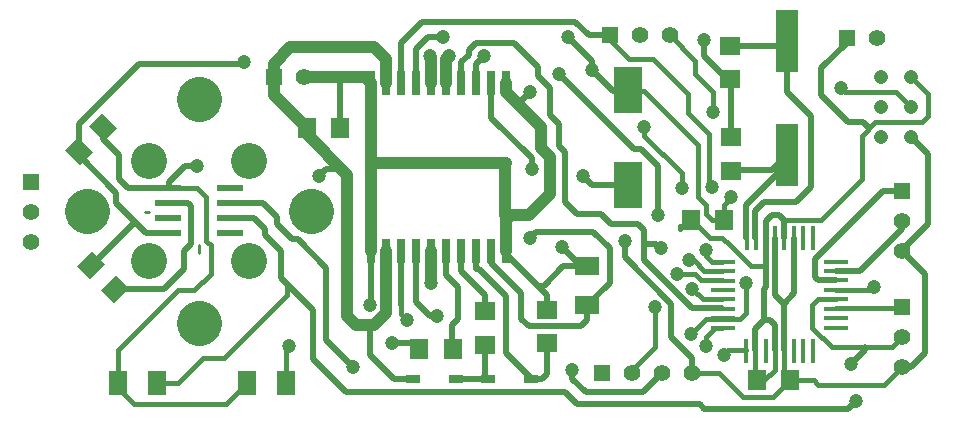
<source format=gtl>
G04 ( created by brdgerber.py ( brdgerber.py v0.1 2014-03-12 ) ) date 2021-04-12 03:08:50 EDT*
G04 Gerber Fmt 3.4, Leading zero omitted, Abs format*
%MOIN*%
%FSLAX34Y34*%
G01*
G70*
G90*
G04 APERTURE LIST*
%ADD36C,0.0471*%
%ADD22R,0.0260X0.0800*%
%ADD14C,0.0080*%
%ADD33R,0.0787X0.0177*%
%ADD28C,0.0000*%
%ADD15C,0.0060*%
%ADD20C,0.0472*%
%ADD34C,0.1500*%
%ADD32R,0.0177X0.0787*%
%ADD16C,0.0100*%
%ADD29C,0.0059*%
%ADD37R,0.0760X0.2100*%
%ADD21R,0.0629X0.0709*%
%ADD26C,0.0012*%
%ADD30R,0.0945X0.1575*%
%ADD12R,0.0866X0.0236*%
%ADD13C,0.0050*%
%ADD10C,0.0400*%
%ADD18C,0.0550*%
%ADD23C,0.0020*%
%ADD35R,0.0800X0.0600*%
%ADD38C,0.1200*%
%ADD31C,0.0047*%
%ADD17R,0.0550X0.0550*%
%ADD24C,0.0160*%
%ADD39R,0.0600X0.0800*%
%ADD19C,0.0120*%
%ADD27R,0.0709X0.0629*%
%ADD25R,0.0472X0.0275*%
%ADD11C,0.0200*%
G04 APERTURE END LIST*
G54D36*
D10*
G01X13100Y20850D02*
G01X13400Y20550D01*
D11*
G01X15400Y16350D02*
G01X14650Y15600D01*
D11*
G01X14850Y18050D02*
G01X15400Y17500D01*
D11*
G01X13850Y16900D02*
G01X14650Y16900D01*
D11*
G01X03900Y18150D02*
G01X03900Y17950D01*
D11*
G01X14650Y15600D02*
G01X14650Y15100D01*
D11*
G01X12950Y18050D02*
G01X14850Y18050D01*
D12*
X00677Y19000D03*
D12*
X02723Y19000D03*
D12*
X00677Y19500D03*
D12*
X00677Y18500D03*
D12*
X00677Y18000D03*
D12*
X02723Y19500D03*
D12*
X02723Y18500D03*
D12*
X02723Y18000D03*
D11*
G01X13000Y16250D02*
G01X13200Y16250D01*
G36*
G01X-02324Y21228D02*
G01X-02768Y20783D01*
G01X-02267Y20282D01*
G01X-01822Y20726D01*
G01X-02324Y21228D01*
G37*
G36*
G01X-01533Y22018D02*
G01X-01978Y21574D01*
G01X-01476Y21072D01*
G01X-01032Y21517D01*
G01X-01533Y22018D01*
G37*
D11*
G01X12450Y16000D02*
G01X12450Y15150D01*
D11*
G01X20800Y18600D02*
G01X20600Y18400D01*
D16*
G01X01700Y17350D02*
G01X01700Y17600D01*
D16*
G01X-00100Y18700D02*
G01X00050Y18700D01*
D11*
G01X20550Y15100D02*
G01X20250Y14800D01*
D17*
X23300Y24500D03*
D18*
X24300Y24500D03*
D11*
G01X-01050Y19000D02*
G01X-00050Y18000D01*
D20*
X12800Y20150D03*
D10*
G01X09450Y23850D02*
G01X09450Y23000D01*
D11*
G01X11450Y21850D02*
G01X12800Y20500D01*
D10*
G01X11900Y18600D02*
G01X12000Y18500D01*
D20*
X09400Y23900D03*
D10*
G01X11900Y20350D02*
G01X11900Y18600D01*
D11*
G01X12750Y17850D02*
G01X12950Y18050D01*
D11*
G01X14450Y14900D02*
G01X13850Y14900D01*
D17*
X15150Y13350D03*
D18*
X16150Y13350D03*
D18*
X17150Y13350D03*
D18*
X18150Y13350D03*
D11*
G01X20900Y14950D02*
G01X20750Y15100D01*
D11*
G01X21200Y17850D02*
G01X21200Y18450D01*
D11*
G01X20750Y15100D02*
G01X20550Y15100D01*
D11*
G01X20250Y14800D02*
G01X20250Y14100D01*
G36*
G01X-01422Y16974D02*
G01X-01867Y17418D01*
G01X-02368Y16917D01*
G01X-01924Y16472D01*
G01X-01422Y16974D01*
G37*
G36*
G01X-00632Y16183D02*
G01X-01076Y16628D01*
G01X-01578Y16126D01*
G01X-01133Y15682D01*
G01X-00632Y16183D01*
G37*
D11*
G01X14650Y15100D02*
G01X14450Y14900D01*
D11*
G01X12800Y13150D02*
G01X13150Y13150D01*
D11*
G01X11950Y15900D02*
G01X11950Y14000D01*
D11*
G01X07400Y18350D02*
G01X07450Y18400D01*
D20*
X07400Y15600D03*
D11*
G01X08950Y17400D02*
G01X08950Y16000D01*
D11*
G01X13200Y16250D02*
G01X13850Y16900D01*
D11*
G01X-01050Y19350D02*
G01X-01050Y19000D01*
D10*
G01X09400Y23900D02*
G01X09450Y23850D01*
D11*
G01X11950Y17300D02*
G01X13300Y15950D01*
D11*
G01X13150Y13150D02*
G01X13300Y13300D01*
D11*
G01X15400Y16350D02*
G01X15400Y17500D01*
D11*
G01X10950Y16800D02*
G01X11050Y16800D01*
D11*
G01X09150Y25050D02*
G01X08450Y24350D01*
D21*
X19209Y18450D03*
D21*
X18091Y18450D03*
D11*
G01X08450Y17400D02*
G01X08450Y15600D01*
D11*
G01X13300Y13300D02*
G01X13300Y14350D01*
D11*
G01X11450Y17400D02*
G01X11450Y17000D01*
D11*
G01X11450Y17000D02*
G01X12450Y16000D01*
D17*
X25150Y15550D03*
D18*
X25150Y14550D03*
D18*
X25150Y13550D03*
D11*
G01X11450Y23000D02*
G01X11450Y21850D01*
D11*
G01X12800Y20500D02*
G01X12800Y20150D01*
D11*
G01X21050Y18600D02*
G01X20800Y18600D01*
D17*
X15400Y24600D03*
D18*
X16400Y24600D03*
D18*
X17400Y24600D03*
D11*
G01X21200Y18450D02*
G01X21050Y18600D01*
D22*
X11950Y23000D03*
D22*
X11450Y23000D03*
D22*
X10950Y23000D03*
D22*
X10450Y23000D03*
D22*
X09950Y23000D03*
D22*
X09450Y23000D03*
D22*
X08950Y23000D03*
D22*
X08450Y23000D03*
D22*
X08450Y17400D03*
D22*
X08950Y17400D03*
D22*
X09450Y17400D03*
D22*
X09950Y17400D03*
D22*
X10450Y17400D03*
D22*
X10950Y17400D03*
D22*
X11450Y17400D03*
D22*
X11950Y17400D03*
D22*
X07950Y23000D03*
D22*
X07450Y23000D03*
D22*
X07950Y17400D03*
D22*
X07450Y17400D03*
D21*
X09041Y14150D03*
D21*
X10159Y14150D03*
D25*
X12778Y13150D03*
D25*
X11322Y13150D03*
D11*
G01X08450Y24350D02*
G01X08450Y23000D01*
D17*
X04200Y23200D03*
D18*
X05200Y23200D03*
D27*
X11250Y15409D03*
D27*
X11250Y14291D03*
D27*
X13301Y15459D03*
D27*
X13301Y14341D03*
D21*
X06409Y21500D03*
D21*
X05291Y21500D03*
D17*
X-03900Y19700D03*
D18*
X-03900Y18700D03*
D18*
X-03900Y17700D03*
D25*
X10278Y13150D03*
D25*
X08822Y13150D03*
D11*
G01X14250Y25050D02*
G01X09150Y25050D01*
D20*
X12750Y17850D03*
D11*
G01X20600Y18400D02*
G01X20600Y17850D01*
D11*
G01X13300Y15950D02*
G01X13300Y15450D01*
D10*
G01X09450Y17400D02*
G01X09450Y16350D01*
D11*
G01X-02300Y20600D02*
G01X-01050Y19350D01*
D30*
X16000Y19625D03*
D30*
X16000Y22775D03*
D20*
X09450Y16350D03*
D11*
G01X15400Y24600D02*
G01X14700Y24600D01*
D11*
G01X10950Y23000D02*
G01X10950Y23650D01*
D10*
G01X12700Y18600D02*
G01X12100Y18600D01*
D11*
G01X11050Y16800D02*
G01X11950Y15900D01*
D32*
X19957Y17846D03*
D32*
X20272Y17846D03*
D32*
X20587Y17846D03*
D32*
X20902Y17846D03*
D32*
X21217Y17846D03*
D32*
X21532Y17846D03*
D32*
X21847Y17846D03*
D32*
X22162Y17846D03*
D32*
X22160Y14080D03*
D32*
X19950Y14080D03*
D32*
X20270Y14080D03*
D32*
X20590Y14080D03*
D32*
X20900Y14080D03*
D32*
X21220Y14080D03*
D32*
X21530Y14080D03*
D32*
X21850Y14080D03*
D33*
X22950Y17062D03*
D33*
X22950Y16748D03*
D33*
X22950Y16432D03*
D33*
X22950Y16118D03*
D33*
X22950Y15802D03*
D33*
X22950Y15488D03*
D33*
X22950Y15172D03*
D33*
X22950Y14858D03*
D33*
X19170Y17060D03*
D33*
X19170Y16750D03*
D33*
X19170Y16430D03*
D33*
X19170Y16120D03*
D33*
X19170Y15810D03*
D33*
X19170Y15490D03*
D33*
X19170Y15170D03*
D33*
X19170Y14850D03*
D11*
G01X-01850Y16950D02*
G01X-01900Y16950D01*
D11*
G01X03900Y17950D02*
G01X04450Y17400D01*
D11*
G01X10300Y13150D02*
G01X11300Y13150D01*
D11*
G01X11250Y14300D02*
G01X11250Y13200D01*
D11*
G01X11250Y13200D02*
G01X11300Y13150D01*
D10*
G01X13400Y19300D02*
G01X12700Y18600D01*
D11*
G01X10450Y17400D02*
G01X10450Y16750D01*
D11*
G01X10450Y16750D02*
G01X11250Y15950D01*
D11*
G01X11250Y15950D02*
G01X11250Y15400D01*
D11*
G01X10950Y17400D02*
G01X10950Y16800D01*
D10*
G01X11950Y18450D02*
G01X11950Y17400D01*
D10*
G01X12100Y18600D02*
G01X11950Y18450D01*
D11*
G01X11950Y14000D02*
G01X12800Y13150D01*
D20*
X08150Y14350D03*
D11*
G01X08150Y14350D02*
G01X08850Y14350D01*
D10*
G01X04200Y22600D02*
G01X05300Y21500D01*
D11*
G01X08850Y14350D02*
G01X09050Y14150D01*
D11*
G01X13850Y14900D02*
G01X12700Y14900D01*
D11*
G01X10150Y14150D02*
G01X10150Y14950D01*
D11*
G01X10150Y14950D02*
G01X10350Y15150D01*
D11*
G01X10350Y15150D02*
G01X10350Y16200D01*
D11*
G01X10350Y16200D02*
G01X09950Y16600D01*
D11*
G01X09950Y16600D02*
G01X09950Y17400D01*
D17*
X25150Y19400D03*
D18*
X25150Y18400D03*
D18*
X25150Y17400D03*
D21*
X21409Y13100D03*
D21*
X20291Y13100D03*
D10*
G01X07450Y20350D02*
G01X11950Y20350D01*
D10*
G01X07450Y17400D02*
G01X07450Y23000D01*
D11*
G01X20900Y14100D02*
G01X20900Y14950D01*
D11*
G01X20550Y16150D02*
G01X20550Y15100D01*
D11*
G01X20900Y15950D02*
G01X21200Y15650D01*
D11*
G01X20900Y17850D02*
G01X20900Y15950D01*
D10*
G01X07250Y23200D02*
G01X07450Y23000D01*
D10*
G01X05200Y23200D02*
G01X07250Y23200D01*
D34*
G01X05440Y18750D02*
G01X05440Y18750D01*
D34*
G01X01700Y22490D02*
G01X01700Y22490D01*
D34*
G01X-02040Y18750D02*
G01X-02040Y18750D01*
D34*
G01X01700Y15010D02*
G01X01700Y15010D01*
D11*
G01X07450Y17400D02*
G01X07450Y15650D01*
D11*
G01X08200Y13150D02*
G01X08800Y13150D01*
D11*
G01X07400Y13950D02*
G01X08200Y13150D01*
D11*
G01X11950Y17400D02*
G01X11950Y17300D01*
D10*
G01X13100Y21550D02*
G01X13100Y20850D01*
D10*
G01X11950Y23000D02*
G01X11950Y22700D01*
D10*
G01X11950Y22700D02*
G01X13100Y21550D01*
D11*
G01X07450Y15650D02*
G01X07400Y15600D01*
D11*
G01X07400Y14400D02*
G01X07400Y13950D01*
D35*
X14650Y15600D03*
D35*
X14650Y16900D03*
D10*
G01X13400Y20550D02*
G01X13400Y19300D01*
D11*
G01X-00450Y18400D02*
G01X-00450Y18350D01*
D11*
G01X12450Y15150D02*
G01X12700Y14900D01*
D11*
G01X14700Y24600D02*
G01X14250Y25050D01*
D11*
G01X20600Y16200D02*
G01X20550Y16150D01*
D11*
G01X20600Y17850D02*
G01X20600Y16200D01*
D27*
X19400Y23141D03*
D27*
X19400Y24259D03*
D11*
G01X21200Y15650D02*
G01X21200Y14100D01*
D11*
G01X21550Y16000D02*
G01X21200Y15650D01*
D11*
G01X21550Y17850D02*
G01X21550Y16000D01*
D36*
G01X24450Y23200D02*
G01X24450Y23200D01*
D36*
G01X25450Y23200D02*
G01X25450Y23200D01*
D36*
G01X24450Y22200D02*
G01X24450Y22200D01*
D36*
G01X25450Y22200D02*
G01X25450Y22200D01*
D36*
G01X24450Y21200D02*
G01X24450Y21200D01*
D36*
G01X25450Y21200D02*
G01X25450Y21200D01*
D11*
G01X-02300Y20750D02*
G01X-02300Y20600D01*
D27*
X19450Y21209D03*
D27*
X19450Y20091D03*
D37*
X21300Y24400D03*
D37*
X21300Y20600D03*
D11*
G01X10950Y23650D02*
G01X11200Y23900D01*
D20*
X11200Y23900D03*
D11*
G01X-00050Y18000D02*
G01X00700Y18000D01*
D11*
G01X-01100Y16150D02*
G01X00550Y16150D01*
D11*
G01X00550Y16150D02*
G01X01200Y16800D01*
D11*
G01X01200Y16800D02*
G01X01200Y17400D01*
D11*
G01X01200Y17400D02*
G01X01450Y17650D01*
D11*
G01X01450Y17650D02*
G01X01450Y18900D01*
D11*
G01X01450Y18900D02*
G01X01350Y19000D01*
D11*
G01X01350Y19000D02*
G01X00700Y19000D01*
D38*
G01X00030Y17080D02*
G01X00030Y17080D01*
D38*
G01X03370Y17080D02*
G01X03370Y17080D01*
D38*
G01X03370Y20420D02*
G01X03370Y20420D01*
D38*
G01X00030Y20420D02*
G01X00030Y20420D01*
D11*
G01X02700Y19000D02*
G01X03850Y19000D01*
D11*
G01X03850Y19000D02*
G01X04300Y18550D01*
D11*
G01X04300Y18550D02*
G01X04300Y18300D01*
D11*
G01X04300Y18300D02*
G01X04800Y17800D01*
D11*
G01X-00450Y18350D02*
G01X-01850Y16950D01*
D11*
G01X02700Y18500D02*
G01X03550Y18500D01*
D11*
G01X03550Y18500D02*
G01X03900Y18150D01*
D11*
G01X19400Y24250D02*
G01X21150Y24250D01*
D11*
G01X21150Y24250D02*
G01X21300Y24400D01*
D11*
G01X19450Y21200D02*
G01X19450Y23100D01*
D11*
G01X19450Y23100D02*
G01X19400Y23150D01*
D11*
G01X20250Y18750D02*
G01X20250Y17850D01*
D11*
G01X20550Y19050D02*
G01X20250Y18750D01*
D11*
G01X21300Y24400D02*
G01X21300Y22700D01*
D11*
G01X21300Y22700D02*
G01X22100Y21900D01*
D11*
G01X22100Y21900D02*
G01X22100Y19550D01*
D11*
G01X22100Y19550D02*
G01X21600Y19050D01*
D11*
G01X21600Y19050D02*
G01X20550Y19050D01*
D11*
G01X19950Y17850D02*
G01X19950Y18950D01*
D11*
G01X19950Y18950D02*
G01X21300Y20300D01*
D11*
G01X21300Y20300D02*
G01X21300Y20600D01*
D11*
G01X19450Y20100D02*
G01X20800Y20100D01*
D11*
G01X20800Y20100D02*
G01X21300Y20600D01*
D20*
X19200Y13950D03*
D24*
G01X-01000Y14100D02*
G01X-01000Y13000D01*
D24*
G01X02100Y16650D02*
G01X01550Y16100D01*
D24*
G01X01550Y16100D02*
G01X01000Y16100D01*
D24*
G01X01000Y16100D02*
G01X-01000Y14100D01*
D39*
X-01000Y13000D03*
D39*
X00300Y13000D03*
D39*
X03300Y13000D03*
D39*
X04600Y13000D03*
D11*
G01X26000Y20650D02*
G01X25450Y21200D01*
D11*
G01X22950Y16450D02*
G01X22350Y16450D01*
D11*
G01X22350Y16450D02*
G01X22250Y16550D01*
D11*
G01X22250Y16550D02*
G01X22250Y17150D01*
D11*
G01X22250Y17150D02*
G01X24500Y19400D01*
D11*
G01X22950Y16750D02*
G01X23750Y16750D01*
D24*
G01X22950Y15800D02*
G01X22350Y15800D01*
D24*
G01X22350Y15800D02*
G01X22150Y15600D01*
D24*
G01X22150Y15600D02*
G01X22150Y14850D01*
D24*
G01X22150Y14850D02*
G01X22800Y14200D01*
D24*
G01X22800Y14200D02*
G01X24800Y14200D01*
D24*
G01X24800Y14200D02*
G01X25150Y14550D01*
D24*
G01X22950Y15500D02*
G01X25100Y15500D01*
D24*
G01X25100Y15500D02*
G01X25150Y15550D01*
D24*
G01X22950Y16100D02*
G01X24100Y16100D01*
D24*
G01X24100Y16100D02*
G01X24200Y16200D01*
D20*
X24200Y16200D03*
D24*
G01X21200Y18450D02*
G01X22450Y18450D01*
D24*
G01X22450Y18450D02*
G01X23800Y19800D01*
D24*
G01X23800Y19800D02*
G01X23800Y21250D01*
D24*
G01X23800Y21250D02*
G01X24250Y21700D01*
D24*
G01X24250Y21700D02*
G01X24800Y21700D01*
D24*
G01X26000Y22650D02*
G01X25450Y23200D01*
D24*
G01X19950Y14100D02*
G01X19350Y14100D01*
D24*
G01X19350Y14100D02*
G01X19200Y13950D01*
D11*
G01X23300Y24350D02*
G01X22450Y23500D01*
D11*
G01X23300Y24500D02*
G01X23300Y24350D01*
D11*
G01X22450Y23500D02*
G01X22450Y22600D01*
D24*
G01X24550Y12950D02*
G01X25150Y13550D01*
D11*
G01X18150Y15500D02*
G01X19150Y15500D01*
D11*
G01X16550Y17100D02*
G01X18150Y15500D01*
D11*
G01X16550Y18100D02*
G01X16550Y17100D01*
D11*
G01X16350Y18300D02*
G01X16550Y18100D01*
D10*
G01X09950Y23000D02*
G01X09950Y23800D01*
D10*
G01X09950Y23800D02*
G01X10050Y23900D01*
D20*
X10050Y23900D03*
D11*
G01X-01500Y21550D02*
G01X-01500Y21150D01*
D11*
G01X-01500Y21150D02*
G01X-00950Y20600D01*
D11*
G01X-00950Y20600D02*
G01X-00950Y19800D01*
D11*
G01X-00950Y19800D02*
G01X-00650Y19500D01*
D11*
G01X-00650Y19500D02*
G01X00700Y19500D01*
D10*
G01X07950Y23000D02*
G01X07950Y23800D01*
D10*
G01X07950Y23800D02*
G01X07550Y24200D01*
D10*
G01X07550Y24200D02*
G01X04750Y24200D01*
D10*
G01X04750Y24200D02*
G01X04200Y23650D01*
D10*
G01X04200Y23650D02*
G01X04200Y23200D01*
D10*
G01X04200Y23200D02*
G01X04200Y22600D01*
D10*
G01X07950Y17400D02*
G01X07950Y15350D01*
D10*
G01X07950Y15350D02*
G01X07550Y14950D01*
D10*
G01X07550Y14950D02*
G01X06950Y14950D01*
D10*
G01X06950Y14950D02*
G01X06650Y15250D01*
D10*
G01X06650Y15250D02*
G01X06650Y19950D01*
D10*
G01X06650Y19950D02*
G01X05300Y21300D01*
D10*
G01X05300Y21300D02*
G01X05300Y21500D01*
D11*
G01X06400Y21500D02*
G01X06400Y23200D01*
D11*
G01X07400Y14400D02*
G01X07400Y14800D01*
D11*
G01X07400Y14800D02*
G01X07250Y14950D01*
D11*
G01X00700Y19500D02*
G01X00700Y19700D01*
D11*
G01X00700Y19700D02*
G01X01250Y20250D01*
D11*
G01X01250Y20250D02*
G01X01650Y20250D01*
D20*
X01650Y20250D03*
D24*
G01X01950Y17750D02*
G01X02100Y17600D01*
D11*
G01X-02300Y20750D02*
G01X-02300Y21650D01*
D11*
G01X-02300Y21650D02*
G01X-00300Y23650D01*
D11*
G01X-00300Y23650D02*
G01X03150Y23650D01*
D11*
G01X03150Y23650D02*
G01X03200Y23700D01*
D20*
X03200Y23700D03*
D11*
G01X14650Y16900D02*
G01X14450Y16900D01*
D11*
G01X14450Y16900D02*
G01X13800Y17550D01*
D20*
X13800Y17550D03*
D20*
X15900Y17750D03*
D11*
G01X15900Y17750D02*
G01X15900Y17200D01*
D11*
G01X15900Y17200D02*
G01X17450Y15650D01*
D11*
G01X17450Y15650D02*
G01X17450Y14550D01*
D11*
G01X17450Y14550D02*
G01X18150Y13850D01*
D11*
G01X18150Y13850D02*
G01X18150Y13350D01*
D11*
G01X10450Y23000D02*
G01X10450Y23700D01*
D11*
G01X10450Y23700D02*
G01X10700Y23950D01*
D11*
G01X10700Y23950D02*
G01X10700Y24100D01*
D11*
G01X10700Y24100D02*
G01X10950Y24350D01*
D11*
G01X10950Y24350D02*
G01X11550Y24350D01*
D11*
G01X14800Y19600D02*
G01X16000Y19600D01*
D11*
G01X13400Y22500D02*
G01X13400Y21950D01*
D11*
G01X13400Y21950D02*
G01X13700Y21650D01*
D11*
G01X13700Y21650D02*
G01X13700Y20900D01*
D11*
G01X13700Y20900D02*
G01X13900Y20700D01*
D11*
G01X13900Y20700D02*
G01X13900Y19050D01*
D11*
G01X13900Y19050D02*
G01X14300Y18650D01*
D11*
G01X14300Y18650D02*
G01X15100Y18650D01*
D11*
G01X15100Y18650D02*
G01X15450Y18300D01*
D11*
G01X15450Y18300D02*
G01X16350Y18300D01*
D24*
G01X19150Y14850D02*
G01X18900Y14850D01*
D24*
G01X18900Y14850D02*
G01X18600Y14550D01*
D24*
G01X18600Y14550D02*
G01X18600Y14250D01*
D20*
X18600Y14250D03*
D24*
G01X19150Y15150D02*
G01X18600Y15150D01*
D24*
G01X18600Y15150D02*
G01X18100Y14650D01*
D20*
X18100Y14650D03*
D11*
G01X16550Y17650D02*
G01X16950Y17650D01*
D11*
G01X16950Y17650D02*
G01X17100Y17500D01*
D20*
X17100Y17500D03*
D11*
G01X13400Y22850D02*
G01X13400Y22500D01*
D11*
G01X13000Y23250D02*
G01X13400Y22850D01*
D11*
G01X08950Y23000D02*
G01X08950Y24150D01*
D11*
G01X08950Y24150D02*
G01X09350Y24550D01*
D11*
G01X09350Y24550D02*
G01X09850Y24550D01*
D20*
X09850Y24550D03*
D20*
X13700Y23300D03*
D11*
G01X13700Y23300D02*
G01X16200Y20800D01*
D11*
G01X16200Y20800D02*
G01X16450Y20800D01*
D11*
G01X16450Y20800D02*
G01X17000Y20250D01*
D11*
G01X17000Y20250D02*
G01X17000Y18600D01*
D20*
X17000Y18600D03*
D20*
X14150Y13450D03*
D11*
G01X16500Y12700D02*
G01X17150Y13350D01*
D11*
G01X14600Y12700D02*
G01X16500Y12700D01*
D11*
G01X14150Y13150D02*
G01X14600Y12700D01*
D11*
G01X14150Y13450D02*
G01X14150Y13150D01*
D11*
G01X08950Y16000D02*
G01X08950Y15700D01*
D11*
G01X08950Y15700D02*
G01X09400Y15250D01*
D11*
G01X09400Y15250D02*
G01X09650Y15250D01*
D20*
X09650Y15250D03*
D11*
G01X04800Y17800D02*
G01X05000Y17800D01*
D11*
G01X05000Y17800D02*
G01X05950Y16850D01*
D11*
G01X05950Y16850D02*
G01X05950Y14450D01*
D11*
G01X05950Y14450D02*
G01X06850Y13550D01*
D20*
X06850Y13550D03*
D20*
X23450Y13650D03*
D11*
G01X23450Y13650D02*
G01X23900Y14100D01*
D11*
G01X23900Y14100D02*
G01X23900Y14200D01*
D11*
G01X04450Y17400D02*
G01X04450Y16500D01*
D11*
G01X04450Y16500D02*
G01X05500Y15450D01*
D11*
G01X05500Y15450D02*
G01X05500Y13800D01*
D11*
G01X05500Y13800D02*
G01X06600Y12700D01*
D11*
G01X06600Y12700D02*
G01X13900Y12700D01*
D11*
G01X13900Y12700D02*
G01X14300Y12300D01*
D11*
G01X14300Y12300D02*
G01X16950Y12300D01*
D11*
G01X22450Y22600D02*
G01X23350Y21700D01*
D11*
G01X23850Y21700D02*
G01X24050Y21500D01*
D11*
G01X23350Y21700D02*
G01X23850Y21700D01*
D11*
G01X19850Y12150D02*
G01X23350Y12150D01*
D11*
G01X23350Y12150D02*
G01X23600Y12400D01*
D20*
X23600Y12400D03*
D11*
G01X06450Y20150D02*
G01X05950Y20150D01*
D11*
G01X05950Y20150D02*
G01X05700Y19900D01*
D20*
X05700Y19900D03*
D20*
X14500Y19900D03*
D11*
G01X14500Y19900D02*
G01X14800Y19600D01*
D11*
G01X12450Y22200D02*
G01X12450Y22400D01*
D11*
G01X12450Y22400D02*
G01X12750Y22700D01*
D20*
X12750Y22700D03*
D20*
X14800Y23450D03*
D11*
G01X14800Y23450D02*
G01X15500Y22750D01*
D11*
G01X15500Y22750D02*
G01X16000Y22750D01*
D11*
G01X11550Y24350D02*
G01X12200Y24350D01*
D11*
G01X12200Y24350D02*
G01X13000Y23550D01*
D11*
G01X13000Y23550D02*
G01X13000Y23250D01*
D24*
G01X16150Y13350D02*
G01X16150Y13450D01*
D24*
G01X16150Y13450D02*
G01X16900Y14200D01*
D24*
G01X16900Y14200D02*
G01X16900Y15550D01*
D20*
X16900Y15550D03*
D24*
G01X19150Y15800D02*
G01X18500Y15800D01*
D24*
G01X18500Y15800D02*
G01X18150Y16150D01*
D20*
X18150Y16150D03*
D24*
G01X08450Y15600D02*
G01X08450Y15300D01*
D24*
G01X08450Y15300D02*
G01X08650Y15100D01*
D20*
X08650Y15100D03*
D24*
G01X18850Y22700D02*
G01X18250Y23300D01*
D24*
G01X20100Y16900D02*
G01X20600Y16900D01*
D24*
G01X19400Y17600D02*
G01X20100Y16900D01*
D24*
G01X19150Y17850D02*
G01X19400Y17600D01*
D24*
G01X18750Y17850D02*
G01X19150Y17850D01*
D24*
G01X17750Y18250D02*
G01X17750Y18150D01*
D20*
X17650Y16650D03*
D24*
G01X16000Y22750D02*
G01X16550Y22750D01*
D24*
G01X16550Y22750D02*
G01X18350Y20950D01*
D20*
X18600Y17450D03*
D24*
G01X18250Y23750D02*
G01X17400Y24600D01*
D24*
G01X18250Y23300D02*
G01X18250Y23750D01*
D20*
X18850Y22050D03*
D24*
G01X18850Y22050D02*
G01X18850Y22700D01*
D24*
G01X19150Y16450D02*
G01X18450Y16450D01*
D24*
G01X18450Y16450D02*
G01X18250Y16650D01*
D24*
G01X18250Y16650D02*
G01X17650Y16650D01*
D24*
G01X19150Y16750D02*
G01X18550Y16750D01*
D24*
G01X18550Y16750D02*
G01X18200Y17100D01*
D24*
G01X18200Y17100D02*
G01X18050Y17100D01*
D20*
X18050Y17100D03*
D20*
X17800Y19500D03*
D24*
G01X17800Y19500D02*
G01X17800Y20000D01*
D24*
G01X17800Y20000D02*
G01X16550Y21250D01*
D24*
G01X16550Y21250D02*
G01X16550Y21550D01*
D20*
X16550Y21550D03*
D24*
G01X15400Y24600D02*
G01X15400Y24450D01*
D24*
G01X15400Y24450D02*
G01X16050Y23800D01*
D24*
G01X16050Y23800D02*
G01X16850Y23800D01*
D24*
G01X16850Y23800D02*
G01X18000Y22650D01*
D24*
G01X18000Y22650D02*
G01X18000Y22000D01*
D24*
G01X18000Y22000D02*
G01X18700Y21300D01*
D24*
G01X18150Y18450D02*
G01X18750Y17850D01*
D24*
G01X18100Y18450D02*
G01X18150Y18450D01*
D24*
G01X19150Y17050D02*
G01X18800Y17050D01*
D24*
G01X18800Y17050D02*
G01X18600Y17250D01*
D24*
G01X18600Y17250D02*
G01X18600Y17450D01*
D24*
G01X19200Y18450D02*
G01X18800Y18450D01*
D24*
G01X18800Y18450D02*
G01X18600Y18650D01*
D24*
G01X18600Y18650D02*
G01X18600Y18950D01*
D24*
G01X18600Y18950D02*
G01X18350Y19200D01*
D24*
G01X18350Y19200D02*
G01X18350Y20950D01*
D24*
G01X18700Y21300D02*
G01X18700Y19650D01*
D24*
G01X18700Y19650D02*
G01X18800Y19550D01*
D20*
X18800Y19550D03*
D24*
G01X19200Y18450D02*
G01X19200Y18950D01*
D24*
G01X19200Y18950D02*
G01X19450Y19200D01*
D20*
X19450Y19200D03*
D24*
G01X02100Y17600D02*
G01X02100Y16650D01*
D11*
G01X19400Y23150D02*
G01X19300Y23150D01*
D11*
G01X19300Y23150D02*
G01X18550Y23900D01*
D11*
G01X18550Y23900D02*
G01X18550Y24450D01*
D20*
X18550Y24450D03*
D20*
X14000Y24550D03*
D11*
G01X14000Y24550D02*
G01X14800Y23750D01*
D11*
G01X14800Y23750D02*
G01X14800Y23450D01*
D24*
G01X19150Y15150D02*
G01X19750Y15150D01*
D24*
G01X19750Y15150D02*
G01X19950Y15350D01*
D24*
G01X19950Y15350D02*
G01X19950Y16350D01*
D20*
X19950Y16350D03*
D24*
G01X24800Y21700D02*
G01X25800Y21700D01*
D24*
G01X25800Y21700D02*
G01X26000Y21900D01*
D24*
G01X26000Y21900D02*
G01X26000Y22650D01*
D20*
X23100Y22850D03*
D24*
G01X23100Y22850D02*
G01X23250Y22700D01*
D24*
G01X23250Y22700D02*
G01X24950Y22700D01*
D24*
G01X24950Y22700D02*
G01X25450Y22200D01*
D11*
G01X24500Y19400D02*
G01X25150Y19400D01*
D11*
G01X25150Y18150D02*
G01X25150Y18400D01*
D11*
G01X23750Y16750D02*
G01X25150Y18150D01*
D11*
G01X25150Y17400D02*
G01X25150Y17450D01*
D11*
G01X25150Y13550D02*
G01X25450Y13550D01*
D11*
G01X25450Y13550D02*
G01X25900Y14000D01*
D11*
G01X25900Y14000D02*
G01X25900Y16650D01*
D11*
G01X25900Y16650D02*
G01X25150Y17400D01*
D11*
G01X25150Y17450D02*
G01X26000Y18300D01*
D11*
G01X26000Y18300D02*
G01X26000Y20650D01*
D24*
G01X00300Y13000D02*
G01X01000Y13000D01*
D24*
G01X01000Y13000D02*
G01X01850Y13850D01*
D24*
G01X01850Y13850D02*
G01X02550Y13850D01*
D24*
G01X02550Y13850D02*
G01X04650Y15950D01*
D24*
G01X04650Y15950D02*
G01X04650Y16300D01*
D24*
G01X04600Y13000D02*
G01X04600Y14150D01*
D24*
G01X04600Y14150D02*
G01X04700Y14250D01*
D20*
X04700Y14250D03*
D24*
G01X-01000Y13000D02*
G01X-01000Y12850D01*
D24*
G01X-01000Y12850D02*
G01X-00450Y12300D01*
D24*
G01X-00450Y12300D02*
G01X02600Y12300D01*
D24*
G01X02600Y12300D02*
G01X03300Y13000D01*
D24*
G01X00700Y19500D02*
G01X01650Y19500D01*
D24*
G01X01650Y19500D02*
G01X01950Y19200D01*
D24*
G01X01950Y19200D02*
G01X01950Y17750D01*
D24*
G01X18150Y13350D02*
G01X19050Y13350D01*
D24*
G01X19050Y13350D02*
G01X19850Y12550D01*
D24*
G01X19850Y12550D02*
G01X20850Y12550D01*
D24*
G01X20850Y12550D02*
G01X21400Y13100D01*
D24*
G01X21200Y14100D02*
G01X21200Y13300D01*
D24*
G01X21200Y13300D02*
G01X21400Y13100D01*
D24*
G01X20250Y14100D02*
G01X20250Y13150D01*
D24*
G01X20250Y13150D02*
G01X20300Y13100D01*
D24*
G01X20900Y14100D02*
G01X20900Y13450D01*
D24*
G01X20900Y13450D02*
G01X20550Y13100D01*
D24*
G01X20550Y13100D02*
G01X20300Y13100D01*
D11*
G01X16950Y12300D02*
G01X18400Y12300D01*
D11*
G01X18400Y12300D02*
G01X18550Y12150D01*
D11*
G01X18550Y12150D02*
G01X19850Y12150D01*
D24*
G01X24550Y12950D02*
G01X22350Y12950D01*
D24*
G01X22350Y12950D02*
G01X22200Y13100D01*
D24*
G01X22200Y13100D02*
G01X21400Y13100D01*
M02*

</source>
